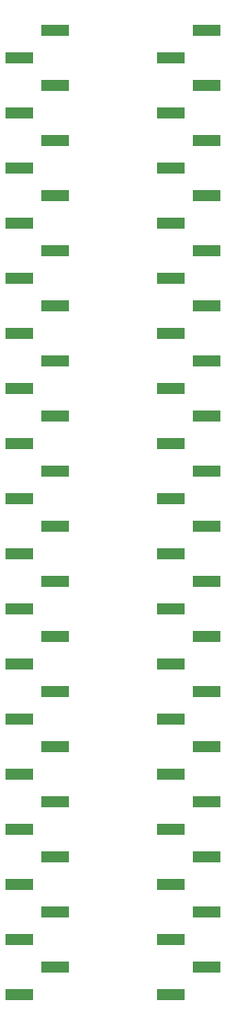
<source format=gbp>
G04 #@! TF.GenerationSoftware,KiCad,Pcbnew,9.0.6*
G04 #@! TF.CreationDate,2025-12-31T13:07:48-06:00*
G04 #@! TF.ProjectId,QFN-68_8x8,51464e2d-3638-45f3-9878-382e6b696361,rev?*
G04 #@! TF.SameCoordinates,Original*
G04 #@! TF.FileFunction,Paste,Bot*
G04 #@! TF.FilePolarity,Positive*
%FSLAX46Y46*%
G04 Gerber Fmt 4.6, Leading zero omitted, Abs format (unit mm)*
G04 Created by KiCad (PCBNEW 9.0.6) date 2025-12-31 13:07:48*
%MOMM*%
%LPD*%
G01*
G04 APERTURE LIST*
%ADD10R,2.510000X1.000000*%
G04 APERTURE END LIST*
D10*
X133099000Y-76200000D03*
X129789000Y-78740000D03*
X133099000Y-81280000D03*
X129789000Y-83820000D03*
X133099000Y-86360000D03*
X129789000Y-88900000D03*
X133099000Y-91440000D03*
X129789000Y-93980000D03*
X133099000Y-96520000D03*
X129789000Y-99060000D03*
X133099000Y-101600000D03*
X129789000Y-104140000D03*
X133099000Y-106680000D03*
X129789000Y-109220000D03*
X133099000Y-111760000D03*
X129789000Y-114300000D03*
X133099000Y-116840000D03*
X129789000Y-119380000D03*
X133099000Y-121920000D03*
X129789000Y-124460000D03*
X133099000Y-127000000D03*
X129789000Y-129540000D03*
X133099000Y-132080000D03*
X129789000Y-134620000D03*
X133099000Y-137160000D03*
X129789000Y-139700000D03*
X133099000Y-142240000D03*
X129789000Y-144780000D03*
X133099000Y-147320000D03*
X129789000Y-149860000D03*
X133099000Y-152400000D03*
X129789000Y-154940000D03*
X133099000Y-157480000D03*
X129789000Y-160020000D03*
X133099000Y-162560000D03*
X129789000Y-165100000D03*
X147071000Y-76200000D03*
X143761000Y-78740000D03*
X147071000Y-81280000D03*
X143761000Y-83820000D03*
X147071000Y-86360000D03*
X143761000Y-88900000D03*
X147071000Y-91440000D03*
X143761000Y-93980000D03*
X147071000Y-96520000D03*
X143761000Y-99060000D03*
X147071000Y-101600000D03*
X143761000Y-104140000D03*
X147071000Y-106680000D03*
X143761000Y-109220000D03*
X147071000Y-111760000D03*
X143761000Y-114300000D03*
X147071000Y-116840000D03*
X143761000Y-119380000D03*
X147071000Y-121920000D03*
X143761000Y-124460000D03*
X147071000Y-127000000D03*
X143761000Y-129540000D03*
X147071000Y-132080000D03*
X143761000Y-134620000D03*
X147071000Y-137160000D03*
X143761000Y-139700000D03*
X147071000Y-142240000D03*
X143761000Y-144780000D03*
X147071000Y-147320000D03*
X143761000Y-149860000D03*
X147071000Y-152400000D03*
X143761000Y-154940000D03*
X147071000Y-157480000D03*
X143761000Y-160020000D03*
X147071000Y-162560000D03*
X143761000Y-165100000D03*
M02*

</source>
